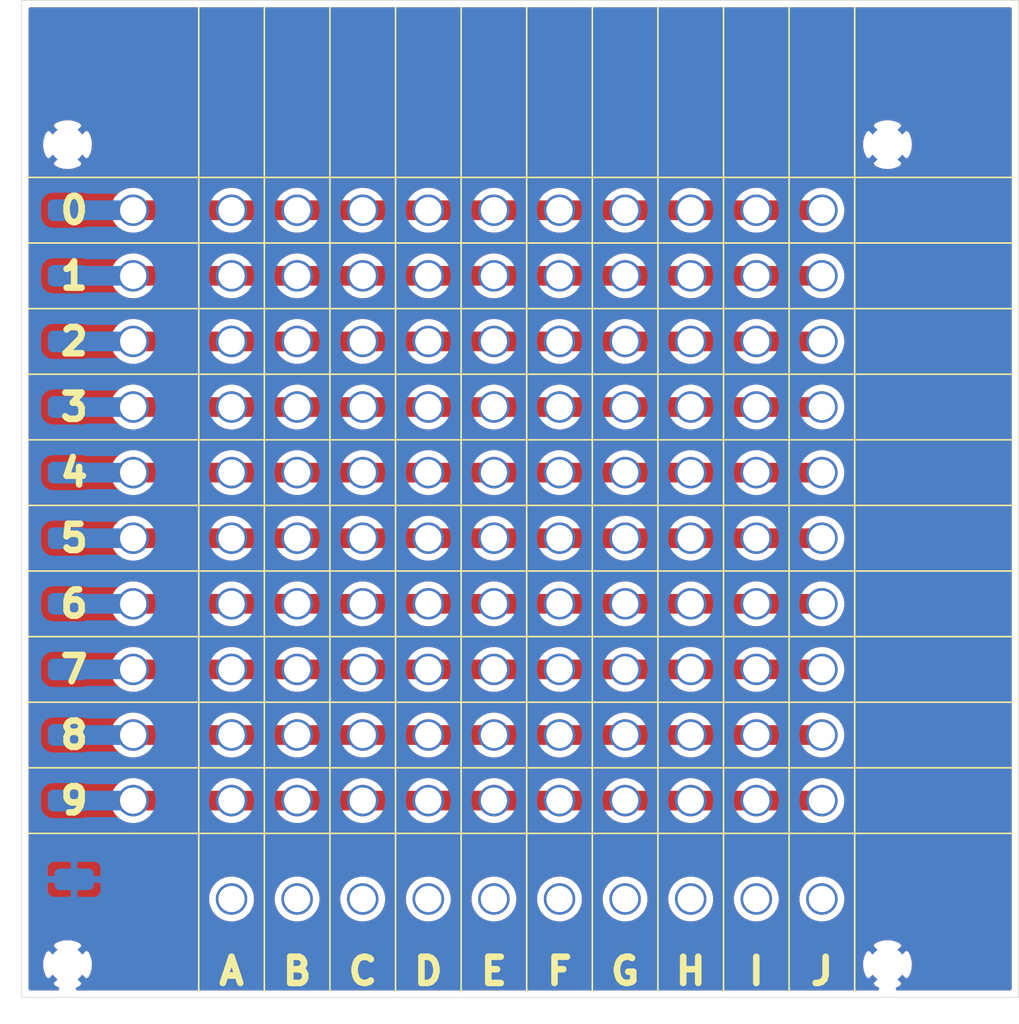
<source format=kicad_pcb>
(kicad_pcb (version 20171130) (host pcbnew "(5.1.5-0-10_14)")
  (layers (0 F.Cu signal) (31 B.Cu signal) (34 B.Paste user) (35 F.Paste user) (36 B.SilkS user) (37 F.SilkS user) (38 B.Mask user) (39 F.Mask user) (44 Edge.Cuts user))
  (net 0 "")
  (net 1 "Net-(J1-Pad1)")
  (net 2 "Net-(J13-Pad1)")
  (net 3 "Net-(J25-Pad1)")
  (net 4 "Net-(J37-Pad1)")
  (net 5 "Net-(J49-Pad1)")
  (net 6 "Net-(J61-Pad1)")
  (net 7 "Net-(J73-Pad1)")
  (net 8 "Net-(J85-Pad1)")
  (net 9 "Net-(J100-Pad1)")
  (net 10 "Net-(J109-Pad1)")
  (net 11 GND)
  (module anyma_footprints:smd-1pin (layer B.Cu) (at 108 103.46)
    (fp_text reference J131 hide)
    (fp_text value gnd)
    (pad 1 smd roundrect (at 0 2.54) (size 3 1.65) (layers B.Cu B.Paste B.Mask) (net 11 GND))
  )
  (module synkie_footprints:Matrixpad (layer F.Cu) (at 165 107.5)
    (fp_text reference J130 hide)
    (fp_text value out)
    (pad 1 thru_hole circle (at 0 0) (size 2.4 2.4) (drill 2) (layers *.Cu *.Mask))
  )
  (module synkie_footprints:Matrixpad (layer F.Cu) (at 155 107.5)
    (fp_text reference J129 hide)
    (fp_text value out)
    (pad 1 thru_hole circle (at 0 0) (size 2.4 2.4) (drill 2) (layers *.Cu *.Mask))
  )
  (module synkie_footprints:Matrixpad (layer F.Cu) (at 160 107.5)
    (fp_text reference J128 hide)
    (fp_text value out)
    (pad 1 thru_hole circle (at 0 0) (size 2.4 2.4) (drill 2) (layers *.Cu *.Mask))
  )
  (module synkie_footprints:Matrixpad (layer F.Cu) (at 150 107.5)
    (fp_text reference J127 hide)
    (fp_text value out)
    (pad 1 thru_hole circle (at 0 0) (size 2.4 2.4) (drill 2) (layers *.Cu *.Mask))
  )
  (module synkie_footprints:Matrixpad (layer F.Cu) (at 145 107.5)
    (fp_text reference J126 hide)
    (fp_text value out)
    (pad 1 thru_hole circle (at 0 0) (size 2.4 2.4) (drill 2) (layers *.Cu *.Mask))
  )
  (module synkie_footprints:Matrixpad (layer F.Cu) (at 140 107.5)
    (fp_text reference J125 hide)
    (fp_text value out)
    (pad 1 thru_hole circle (at 0 0) (size 2.4 2.4) (drill 2) (layers *.Cu *.Mask))
  )
  (module synkie_footprints:Matrixpad (layer F.Cu) (at 135 107.5)
    (fp_text reference J124 hide)
    (fp_text value out)
    (pad 1 thru_hole circle (at 0 0) (size 2.4 2.4) (drill 2) (layers *.Cu *.Mask))
  )
  (module synkie_footprints:Matrixpad (layer F.Cu) (at 130 107.5)
    (fp_text reference J123 hide)
    (fp_text value out)
    (pad 1 thru_hole circle (at 0 0) (size 2.4 2.4) (drill 2) (layers *.Cu *.Mask))
  )
  (module synkie_footprints:Matrixpad (layer F.Cu) (at 125 107.5)
    (fp_text reference J122 hide)
    (fp_text value out)
    (pad 1 thru_hole circle (at 0 0) (size 2.4 2.4) (drill 2) (layers *.Cu *.Mask))
  )
  (module synkie_footprints:Matrixpad (layer F.Cu) (at 120 107.5)
    (fp_text reference J121 hide)
    (fp_text value out)
    (pad 1 thru_hole circle (at 0 0) (size 2.4 2.4) (drill 2) (layers *.Cu *.Mask))
  )
  (module synkie_footprints:Matrixpad (layer F.Cu) (at 112.5 100)
    (fp_text reference J119 hide)
    (fp_text value input)
    (pad 1 thru_hole circle (at 0 0) (size 2.4 2.4) (drill 2) (layers *.Cu *.Mask) (net 10 "Net-(J109-Pad1)"))
  )
  (module synkie_footprints:Matrixpad (layer F.Cu) (at 160 100)
    (fp_text reference J118 hide)
    (fp_text value out)
    (pad 1 thru_hole circle (at 0 0) (size 2.4 2.4) (drill 2) (layers *.Cu *.Mask) (net 10 "Net-(J109-Pad1)"))
  )
  (module synkie_footprints:Matrixpad (layer F.Cu) (at 165 100)
    (fp_text reference J117 hide)
    (fp_text value out)
    (pad 1 thru_hole circle (at 0 0) (size 2.4 2.4) (drill 2) (layers *.Cu *.Mask) (net 10 "Net-(J109-Pad1)"))
  )
  (module synkie_footprints:Matrixpad (layer F.Cu) (at 155 100)
    (fp_text reference J116 hide)
    (fp_text value out)
    (pad 1 thru_hole circle (at 0 0) (size 2.4 2.4) (drill 2) (layers *.Cu *.Mask) (net 10 "Net-(J109-Pad1)"))
  )
  (module synkie_footprints:Matrixpad (layer F.Cu) (at 150 100)
    (fp_text reference J115 hide)
    (fp_text value out)
    (pad 1 thru_hole circle (at 0 0) (size 2.4 2.4) (drill 2) (layers *.Cu *.Mask) (net 10 "Net-(J109-Pad1)"))
  )
  (module synkie_footprints:Matrixpad (layer F.Cu) (at 145 100)
    (fp_text reference J114 hide)
    (fp_text value out)
    (pad 1 thru_hole circle (at 0 0) (size 2.4 2.4) (drill 2) (layers *.Cu *.Mask) (net 10 "Net-(J109-Pad1)"))
  )
  (module synkie_footprints:Matrixpad (layer F.Cu) (at 140 100)
    (fp_text reference J113 hide)
    (fp_text value out)
    (pad 1 thru_hole circle (at 0 0) (size 2.4 2.4) (drill 2) (layers *.Cu *.Mask) (net 10 "Net-(J109-Pad1)"))
  )
  (module synkie_footprints:Matrixpad (layer F.Cu) (at 135 100)
    (fp_text reference J112 hide)
    (fp_text value out)
    (pad 1 thru_hole circle (at 0 0) (size 2.4 2.4) (drill 2) (layers *.Cu *.Mask) (net 10 "Net-(J109-Pad1)"))
  )
  (module synkie_footprints:Matrixpad (layer F.Cu) (at 130 100)
    (fp_text reference J111 hide)
    (fp_text value out)
    (pad 1 thru_hole circle (at 0 0) (size 2.4 2.4) (drill 2) (layers *.Cu *.Mask) (net 10 "Net-(J109-Pad1)"))
  )
  (module synkie_footprints:Matrixpad (layer F.Cu) (at 125 100)
    (fp_text reference J110 hide)
    (fp_text value out)
    (pad 1 thru_hole circle (at 0 0) (size 2.4 2.4) (drill 2) (layers *.Cu *.Mask) (net 10 "Net-(J109-Pad1)"))
  )
  (module synkie_footprints:Matrixpad (layer F.Cu) (at 120 100)
    (fp_text reference J109 hide)
    (fp_text value out)
    (pad 1 thru_hole circle (at 0 0) (size 2.4 2.4) (drill 2) (layers *.Cu *.Mask) (net 10 "Net-(J109-Pad1)"))
  )
  (module synkie_footprints:Matrixpad (layer F.Cu) (at 112.5 95)
    (fp_text reference J107 hide)
    (fp_text value input)
    (pad 1 thru_hole circle (at 0 0) (size 2.4 2.4) (drill 2) (layers *.Cu *.Mask) (net 9 "Net-(J100-Pad1)"))
  )
  (module synkie_footprints:Matrixpad (layer F.Cu) (at 160 95)
    (fp_text reference J106 hide)
    (fp_text value out)
    (pad 1 thru_hole circle (at 0 0) (size 2.4 2.4) (drill 2) (layers *.Cu *.Mask) (net 9 "Net-(J100-Pad1)"))
  )
  (module synkie_footprints:Matrixpad (layer F.Cu) (at 165 95)
    (fp_text reference J105 hide)
    (fp_text value out)
    (pad 1 thru_hole circle (at 0 0) (size 2.4 2.4) (drill 2) (layers *.Cu *.Mask) (net 9 "Net-(J100-Pad1)"))
  )
  (module synkie_footprints:Matrixpad (layer F.Cu) (at 155 95)
    (fp_text reference J104 hide)
    (fp_text value out)
    (pad 1 thru_hole circle (at 0 0) (size 2.4 2.4) (drill 2) (layers *.Cu *.Mask) (net 9 "Net-(J100-Pad1)"))
  )
  (module synkie_footprints:Matrixpad (layer F.Cu) (at 150 95)
    (fp_text reference J103 hide)
    (fp_text value out)
    (pad 1 thru_hole circle (at 0 0) (size 2.4 2.4) (drill 2) (layers *.Cu *.Mask) (net 9 "Net-(J100-Pad1)"))
  )
  (module synkie_footprints:Matrixpad (layer F.Cu) (at 145 95)
    (fp_text reference J102 hide)
    (fp_text value out)
    (pad 1 thru_hole circle (at 0 0) (size 2.4 2.4) (drill 2) (layers *.Cu *.Mask) (net 9 "Net-(J100-Pad1)"))
  )
  (module synkie_footprints:Matrixpad (layer F.Cu) (at 140 95)
    (fp_text reference J101 hide)
    (fp_text value out)
    (pad 1 thru_hole circle (at 0 0) (size 2.4 2.4) (drill 2) (layers *.Cu *.Mask) (net 9 "Net-(J100-Pad1)"))
  )
  (module synkie_footprints:Matrixpad (layer F.Cu) (at 135 95)
    (fp_text reference J100 hide)
    (fp_text value out)
    (pad 1 thru_hole circle (at 0 0) (size 2.4 2.4) (drill 2) (layers *.Cu *.Mask) (net 9 "Net-(J100-Pad1)"))
  )
  (module synkie_footprints:Matrixpad (layer F.Cu) (at 130 95)
    (fp_text reference J99 hide)
    (fp_text value out)
    (pad 1 thru_hole circle (at 0 0) (size 2.4 2.4) (drill 2) (layers *.Cu *.Mask) (net 9 "Net-(J100-Pad1)"))
  )
  (module synkie_footprints:Matrixpad (layer F.Cu) (at 125 95)
    (fp_text reference J98 hide)
    (fp_text value out)
    (pad 1 thru_hole circle (at 0 0) (size 2.4 2.4) (drill 2) (layers *.Cu *.Mask) (net 9 "Net-(J100-Pad1)"))
  )
  (module synkie_footprints:Matrixpad (layer F.Cu) (at 120 95)
    (fp_text reference J97 hide)
    (fp_text value out)
    (pad 1 thru_hole circle (at 0 0) (size 2.4 2.4) (drill 2) (layers *.Cu *.Mask) (net 9 "Net-(J100-Pad1)"))
  )
  (module synkie_footprints:Matrixpad (layer F.Cu) (at 112.5 75)
    (fp_text reference J95 hide)
    (fp_text value input)
    (pad 1 thru_hole circle (at 0 0) (size 2.4 2.4) (drill 2) (layers *.Cu *.Mask) (net 8 "Net-(J85-Pad1)"))
  )
  (module synkie_footprints:Matrixpad (layer F.Cu) (at 160 75)
    (fp_text reference J94 hide)
    (fp_text value out)
    (pad 1 thru_hole circle (at 0 0) (size 2.4 2.4) (drill 2) (layers *.Cu *.Mask) (net 8 "Net-(J85-Pad1)"))
  )
  (module synkie_footprints:Matrixpad (layer F.Cu) (at 165 75)
    (fp_text reference J93 hide)
    (fp_text value out)
    (pad 1 thru_hole circle (at 0 0) (size 2.4 2.4) (drill 2) (layers *.Cu *.Mask) (net 8 "Net-(J85-Pad1)"))
  )
  (module synkie_footprints:Matrixpad (layer F.Cu) (at 155 75)
    (fp_text reference J92 hide)
    (fp_text value out)
    (pad 1 thru_hole circle (at 0 0) (size 2.4 2.4) (drill 2) (layers *.Cu *.Mask) (net 8 "Net-(J85-Pad1)"))
  )
  (module synkie_footprints:Matrixpad (layer F.Cu) (at 150 75)
    (fp_text reference J91 hide)
    (fp_text value out)
    (pad 1 thru_hole circle (at 0 0) (size 2.4 2.4) (drill 2) (layers *.Cu *.Mask) (net 8 "Net-(J85-Pad1)"))
  )
  (module synkie_footprints:Matrixpad (layer F.Cu) (at 145 75)
    (fp_text reference J90 hide)
    (fp_text value out)
    (pad 1 thru_hole circle (at 0 0) (size 2.4 2.4) (drill 2) (layers *.Cu *.Mask) (net 8 "Net-(J85-Pad1)"))
  )
  (module synkie_footprints:Matrixpad (layer F.Cu) (at 140 75)
    (fp_text reference J89 hide)
    (fp_text value out)
    (pad 1 thru_hole circle (at 0 0) (size 2.4 2.4) (drill 2) (layers *.Cu *.Mask) (net 8 "Net-(J85-Pad1)"))
  )
  (module synkie_footprints:Matrixpad (layer F.Cu) (at 135 75)
    (fp_text reference J88 hide)
    (fp_text value out)
    (pad 1 thru_hole circle (at 0 0) (size 2.4 2.4) (drill 2) (layers *.Cu *.Mask) (net 8 "Net-(J85-Pad1)"))
  )
  (module synkie_footprints:Matrixpad (layer F.Cu) (at 130 75)
    (fp_text reference J87 hide)
    (fp_text value out)
    (pad 1 thru_hole circle (at 0 0) (size 2.4 2.4) (drill 2) (layers *.Cu *.Mask) (net 8 "Net-(J85-Pad1)"))
  )
  (module synkie_footprints:Matrixpad (layer F.Cu) (at 125 75)
    (fp_text reference J86 hide)
    (fp_text value out)
    (pad 1 thru_hole circle (at 0 0) (size 2.4 2.4) (drill 2) (layers *.Cu *.Mask) (net 8 "Net-(J85-Pad1)"))
  )
  (module synkie_footprints:Matrixpad (layer F.Cu) (at 120 75)
    (fp_text reference J85 hide)
    (fp_text value out)
    (pad 1 thru_hole circle (at 0 0) (size 2.4 2.4) (drill 2) (layers *.Cu *.Mask) (net 8 "Net-(J85-Pad1)"))
  )
  (module synkie_footprints:Matrixpad (layer F.Cu) (at 112.5 90)
    (fp_text reference J83 hide)
    (fp_text value input)
    (pad 1 thru_hole circle (at 0 0) (size 2.4 2.4) (drill 2) (layers *.Cu *.Mask) (net 7 "Net-(J73-Pad1)"))
  )
  (module synkie_footprints:Matrixpad (layer F.Cu) (at 160 90)
    (fp_text reference J82 hide)
    (fp_text value out)
    (pad 1 thru_hole circle (at 0 0) (size 2.4 2.4) (drill 2) (layers *.Cu *.Mask) (net 7 "Net-(J73-Pad1)"))
  )
  (module synkie_footprints:Matrixpad (layer F.Cu) (at 165 90)
    (fp_text reference J81 hide)
    (fp_text value out)
    (pad 1 thru_hole circle (at 0 0) (size 2.4 2.4) (drill 2) (layers *.Cu *.Mask) (net 7 "Net-(J73-Pad1)"))
  )
  (module synkie_footprints:Matrixpad (layer F.Cu) (at 155 90)
    (fp_text reference J80 hide)
    (fp_text value out)
    (pad 1 thru_hole circle (at 0 0) (size 2.4 2.4) (drill 2) (layers *.Cu *.Mask) (net 7 "Net-(J73-Pad1)"))
  )
  (module synkie_footprints:Matrixpad (layer F.Cu) (at 150 90)
    (fp_text reference J79 hide)
    (fp_text value out)
    (pad 1 thru_hole circle (at 0 0) (size 2.4 2.4) (drill 2) (layers *.Cu *.Mask) (net 7 "Net-(J73-Pad1)"))
  )
  (module synkie_footprints:Matrixpad (layer F.Cu) (at 145 90)
    (fp_text reference J78 hide)
    (fp_text value out)
    (pad 1 thru_hole circle (at 0 0) (size 2.4 2.4) (drill 2) (layers *.Cu *.Mask) (net 7 "Net-(J73-Pad1)"))
  )
  (module synkie_footprints:Matrixpad (layer F.Cu) (at 140 90)
    (fp_text reference J77 hide)
    (fp_text value out)
    (pad 1 thru_hole circle (at 0 0) (size 2.4 2.4) (drill 2) (layers *.Cu *.Mask) (net 7 "Net-(J73-Pad1)"))
  )
  (module synkie_footprints:Matrixpad (layer F.Cu) (at 135 90)
    (fp_text reference J76 hide)
    (fp_text value out)
    (pad 1 thru_hole circle (at 0 0) (size 2.4 2.4) (drill 2) (layers *.Cu *.Mask) (net 7 "Net-(J73-Pad1)"))
  )
  (module synkie_footprints:Matrixpad (layer F.Cu) (at 130 90)
    (fp_text reference J75 hide)
    (fp_text value out)
    (pad 1 thru_hole circle (at 0 0) (size 2.4 2.4) (drill 2) (layers *.Cu *.Mask) (net 7 "Net-(J73-Pad1)"))
  )
  (module synkie_footprints:Matrixpad (layer F.Cu) (at 125 90)
    (fp_text reference J74 hide)
    (fp_text value out)
    (pad 1 thru_hole circle (at 0 0) (size 2.4 2.4) (drill 2) (layers *.Cu *.Mask) (net 7 "Net-(J73-Pad1)"))
  )
  (module synkie_footprints:Matrixpad (layer F.Cu) (at 120 90)
    (fp_text reference J73 hide)
    (fp_text value out)
    (pad 1 thru_hole circle (at 0 0) (size 2.4 2.4) (drill 2) (layers *.Cu *.Mask) (net 7 "Net-(J73-Pad1)"))
  )
  (module synkie_footprints:Matrixpad (layer F.Cu) (at 112.5 80)
    (fp_text reference J71 hide)
    (fp_text value input)
    (pad 1 thru_hole circle (at 0 0) (size 2.4 2.4) (drill 2) (layers *.Cu *.Mask) (net 6 "Net-(J61-Pad1)"))
  )
  (module synkie_footprints:Matrixpad (layer F.Cu) (at 160 80)
    (fp_text reference J70 hide)
    (fp_text value out)
    (pad 1 thru_hole circle (at 0 0) (size 2.4 2.4) (drill 2) (layers *.Cu *.Mask) (net 6 "Net-(J61-Pad1)"))
  )
  (module synkie_footprints:Matrixpad (layer F.Cu) (at 165 80)
    (fp_text reference J69 hide)
    (fp_text value out)
    (pad 1 thru_hole circle (at 0 0) (size 2.4 2.4) (drill 2) (layers *.Cu *.Mask) (net 6 "Net-(J61-Pad1)"))
  )
  (module synkie_footprints:Matrixpad (layer F.Cu) (at 155 80)
    (fp_text reference J68 hide)
    (fp_text value out)
    (pad 1 thru_hole circle (at 0 0) (size 2.4 2.4) (drill 2) (layers *.Cu *.Mask) (net 6 "Net-(J61-Pad1)"))
  )
  (module synkie_footprints:Matrixpad (layer F.Cu) (at 150 80)
    (fp_text reference J67 hide)
    (fp_text value out)
    (pad 1 thru_hole circle (at 0 0) (size 2.4 2.4) (drill 2) (layers *.Cu *.Mask) (net 6 "Net-(J61-Pad1)"))
  )
  (module synkie_footprints:Matrixpad (layer F.Cu) (at 145 80)
    (fp_text reference J66 hide)
    (fp_text value out)
    (pad 1 thru_hole circle (at 0 0) (size 2.4 2.4) (drill 2) (layers *.Cu *.Mask) (net 6 "Net-(J61-Pad1)"))
  )
  (module synkie_footprints:Matrixpad (layer F.Cu) (at 140 80)
    (fp_text reference J65 hide)
    (fp_text value out)
    (pad 1 thru_hole circle (at 0 0) (size 2.4 2.4) (drill 2) (layers *.Cu *.Mask) (net 6 "Net-(J61-Pad1)"))
  )
  (module synkie_footprints:Matrixpad (layer F.Cu) (at 135 80)
    (fp_text reference J64 hide)
    (fp_text value out)
    (pad 1 thru_hole circle (at 0 0) (size 2.4 2.4) (drill 2) (layers *.Cu *.Mask) (net 6 "Net-(J61-Pad1)"))
  )
  (module synkie_footprints:Matrixpad (layer F.Cu) (at 130 80)
    (fp_text reference J63 hide)
    (fp_text value out)
    (pad 1 thru_hole circle (at 0 0) (size 2.4 2.4) (drill 2) (layers *.Cu *.Mask) (net 6 "Net-(J61-Pad1)"))
  )
  (module synkie_footprints:Matrixpad (layer F.Cu) (at 125 80)
    (fp_text reference J62 hide)
    (fp_text value out)
    (pad 1 thru_hole circle (at 0 0) (size 2.4 2.4) (drill 2) (layers *.Cu *.Mask) (net 6 "Net-(J61-Pad1)"))
  )
  (module synkie_footprints:Matrixpad (layer F.Cu) (at 120 80)
    (fp_text reference J61 hide)
    (fp_text value out)
    (pad 1 thru_hole circle (at 0 0) (size 2.4 2.4) (drill 2) (layers *.Cu *.Mask) (net 6 "Net-(J61-Pad1)"))
  )
  (module synkie_footprints:Matrixpad (layer F.Cu) (at 112.5 70)
    (fp_text reference J59 hide)
    (fp_text value input)
    (pad 1 thru_hole circle (at 0 0) (size 2.4 2.4) (drill 2) (layers *.Cu *.Mask) (net 5 "Net-(J49-Pad1)"))
  )
  (module synkie_footprints:Matrixpad (layer F.Cu) (at 160 70)
    (fp_text reference J58 hide)
    (fp_text value out)
    (pad 1 thru_hole circle (at 0 0) (size 2.4 2.4) (drill 2) (layers *.Cu *.Mask) (net 5 "Net-(J49-Pad1)"))
  )
  (module synkie_footprints:Matrixpad (layer F.Cu) (at 165 70)
    (fp_text reference J57 hide)
    (fp_text value out)
    (pad 1 thru_hole circle (at 0 0) (size 2.4 2.4) (drill 2) (layers *.Cu *.Mask) (net 5 "Net-(J49-Pad1)"))
  )
  (module synkie_footprints:Matrixpad (layer F.Cu) (at 155 70)
    (fp_text reference J56 hide)
    (fp_text value out)
    (pad 1 thru_hole circle (at 0 0) (size 2.4 2.4) (drill 2) (layers *.Cu *.Mask) (net 5 "Net-(J49-Pad1)"))
  )
  (module synkie_footprints:Matrixpad (layer F.Cu) (at 150 70)
    (fp_text reference J55 hide)
    (fp_text value out)
    (pad 1 thru_hole circle (at 0 0) (size 2.4 2.4) (drill 2) (layers *.Cu *.Mask) (net 5 "Net-(J49-Pad1)"))
  )
  (module synkie_footprints:Matrixpad (layer F.Cu) (at 145 70)
    (fp_text reference J54 hide)
    (fp_text value out)
    (pad 1 thru_hole circle (at 0 0) (size 2.4 2.4) (drill 2) (layers *.Cu *.Mask) (net 5 "Net-(J49-Pad1)"))
  )
  (module synkie_footprints:Matrixpad (layer F.Cu) (at 140 70)
    (fp_text reference J53 hide)
    (fp_text value out)
    (pad 1 thru_hole circle (at 0 0) (size 2.4 2.4) (drill 2) (layers *.Cu *.Mask) (net 5 "Net-(J49-Pad1)"))
  )
  (module synkie_footprints:Matrixpad (layer F.Cu) (at 135 70)
    (fp_text reference J52 hide)
    (fp_text value out)
    (pad 1 thru_hole circle (at 0 0) (size 2.4 2.4) (drill 2) (layers *.Cu *.Mask) (net 5 "Net-(J49-Pad1)"))
  )
  (module synkie_footprints:Matrixpad (layer F.Cu) (at 130 70)
    (fp_text reference J51 hide)
    (fp_text value out)
    (pad 1 thru_hole circle (at 0 0) (size 2.4 2.4) (drill 2) (layers *.Cu *.Mask) (net 5 "Net-(J49-Pad1)"))
  )
  (module synkie_footprints:Matrixpad (layer F.Cu) (at 125 70)
    (fp_text reference J50 hide)
    (fp_text value out)
    (pad 1 thru_hole circle (at 0 0) (size 2.4 2.4) (drill 2) (layers *.Cu *.Mask) (net 5 "Net-(J49-Pad1)"))
  )
  (module synkie_footprints:Matrixpad (layer F.Cu) (at 120 70)
    (fp_text reference J49 hide)
    (fp_text value out)
    (pad 1 thru_hole circle (at 0 0) (size 2.4 2.4) (drill 2) (layers *.Cu *.Mask) (net 5 "Net-(J49-Pad1)"))
  )
  (module synkie_footprints:Matrixpad (layer F.Cu) (at 112.5 85)
    (fp_text reference J47 hide)
    (fp_text value input)
    (pad 1 thru_hole circle (at 0 0) (size 2.4 2.4) (drill 2) (layers *.Cu *.Mask) (net 4 "Net-(J37-Pad1)"))
  )
  (module synkie_footprints:Matrixpad (layer F.Cu) (at 160 85)
    (fp_text reference J46 hide)
    (fp_text value out)
    (pad 1 thru_hole circle (at 0 0) (size 2.4 2.4) (drill 2) (layers *.Cu *.Mask) (net 4 "Net-(J37-Pad1)"))
  )
  (module synkie_footprints:Matrixpad (layer F.Cu) (at 165 85)
    (fp_text reference J45 hide)
    (fp_text value out)
    (pad 1 thru_hole circle (at 0 0) (size 2.4 2.4) (drill 2) (layers *.Cu *.Mask) (net 4 "Net-(J37-Pad1)"))
  )
  (module synkie_footprints:Matrixpad (layer F.Cu) (at 155 85)
    (fp_text reference J44 hide)
    (fp_text value out)
    (pad 1 thru_hole circle (at 0 0) (size 2.4 2.4) (drill 2) (layers *.Cu *.Mask) (net 4 "Net-(J37-Pad1)"))
  )
  (module synkie_footprints:Matrixpad (layer F.Cu) (at 150 85)
    (fp_text reference J43 hide)
    (fp_text value out)
    (pad 1 thru_hole circle (at 0 0) (size 2.4 2.4) (drill 2) (layers *.Cu *.Mask) (net 4 "Net-(J37-Pad1)"))
  )
  (module synkie_footprints:Matrixpad (layer F.Cu) (at 145 85)
    (fp_text reference J42 hide)
    (fp_text value out)
    (pad 1 thru_hole circle (at 0 0) (size 2.4 2.4) (drill 2) (layers *.Cu *.Mask) (net 4 "Net-(J37-Pad1)"))
  )
  (module synkie_footprints:Matrixpad (layer F.Cu) (at 140 85)
    (fp_text reference J41 hide)
    (fp_text value out)
    (pad 1 thru_hole circle (at 0 0) (size 2.4 2.4) (drill 2) (layers *.Cu *.Mask) (net 4 "Net-(J37-Pad1)"))
  )
  (module synkie_footprints:Matrixpad (layer F.Cu) (at 135 85)
    (fp_text reference J40 hide)
    (fp_text value out)
    (pad 1 thru_hole circle (at 0 0) (size 2.4 2.4) (drill 2) (layers *.Cu *.Mask) (net 4 "Net-(J37-Pad1)"))
  )
  (module synkie_footprints:Matrixpad (layer F.Cu) (at 130 85)
    (fp_text reference J39 hide)
    (fp_text value out)
    (pad 1 thru_hole circle (at 0 0) (size 2.4 2.4) (drill 2) (layers *.Cu *.Mask) (net 4 "Net-(J37-Pad1)"))
  )
  (module synkie_footprints:Matrixpad (layer F.Cu) (at 125 85)
    (fp_text reference J38 hide)
    (fp_text value out)
    (pad 1 thru_hole circle (at 0 0) (size 2.4 2.4) (drill 2) (layers *.Cu *.Mask) (net 4 "Net-(J37-Pad1)"))
  )
  (module synkie_footprints:Matrixpad (layer F.Cu) (at 120 85)
    (fp_text reference J37 hide)
    (fp_text value out)
    (pad 1 thru_hole circle (at 0 0) (size 2.4 2.4) (drill 2) (layers *.Cu *.Mask) (net 4 "Net-(J37-Pad1)"))
  )
  (module synkie_footprints:Matrixpad (layer F.Cu) (at 112.5 65)
    (fp_text reference J35 hide)
    (fp_text value input)
    (pad 1 thru_hole circle (at 0 0) (size 2.4 2.4) (drill 2) (layers *.Cu *.Mask) (net 3 "Net-(J25-Pad1)"))
  )
  (module synkie_footprints:Matrixpad (layer F.Cu) (at 160 65)
    (fp_text reference J34 hide)
    (fp_text value out)
    (pad 1 thru_hole circle (at 0 0) (size 2.4 2.4) (drill 2) (layers *.Cu *.Mask) (net 3 "Net-(J25-Pad1)"))
  )
  (module synkie_footprints:Matrixpad (layer F.Cu) (at 165 65)
    (fp_text reference J33 hide)
    (fp_text value out)
    (pad 1 thru_hole circle (at 0 0) (size 2.4 2.4) (drill 2) (layers *.Cu *.Mask) (net 3 "Net-(J25-Pad1)"))
  )
  (module synkie_footprints:Matrixpad (layer F.Cu) (at 155 65)
    (fp_text reference J32 hide)
    (fp_text value out)
    (pad 1 thru_hole circle (at 0 0) (size 2.4 2.4) (drill 2) (layers *.Cu *.Mask) (net 3 "Net-(J25-Pad1)"))
  )
  (module synkie_footprints:Matrixpad (layer F.Cu) (at 150 65)
    (fp_text reference J31 hide)
    (fp_text value out)
    (pad 1 thru_hole circle (at 0 0) (size 2.4 2.4) (drill 2) (layers *.Cu *.Mask) (net 3 "Net-(J25-Pad1)"))
  )
  (module synkie_footprints:Matrixpad (layer F.Cu) (at 145 65)
    (fp_text reference J30 hide)
    (fp_text value out)
    (pad 1 thru_hole circle (at 0 0) (size 2.4 2.4) (drill 2) (layers *.Cu *.Mask) (net 3 "Net-(J25-Pad1)"))
  )
  (module synkie_footprints:Matrixpad (layer F.Cu) (at 140 65)
    (fp_text reference J29 hide)
    (fp_text value out)
    (pad 1 thru_hole circle (at 0 0) (size 2.4 2.4) (drill 2) (layers *.Cu *.Mask) (net 3 "Net-(J25-Pad1)"))
  )
  (module synkie_footprints:Matrixpad (layer F.Cu) (at 135 65)
    (fp_text reference J28 hide)
    (fp_text value out)
    (pad 1 thru_hole circle (at 0 0) (size 2.4 2.4) (drill 2) (layers *.Cu *.Mask) (net 3 "Net-(J25-Pad1)"))
  )
  (module synkie_footprints:Matrixpad (layer F.Cu) (at 130 65)
    (fp_text reference J27 hide)
    (fp_text value out)
    (pad 1 thru_hole circle (at 0 0) (size 2.4 2.4) (drill 2) (layers *.Cu *.Mask) (net 3 "Net-(J25-Pad1)"))
  )
  (module synkie_footprints:Matrixpad (layer F.Cu) (at 125 65)
    (fp_text reference J26 hide)
    (fp_text value out)
    (pad 1 thru_hole circle (at 0 0) (size 2.4 2.4) (drill 2) (layers *.Cu *.Mask) (net 3 "Net-(J25-Pad1)"))
  )
  (module synkie_footprints:Matrixpad (layer F.Cu) (at 120 65)
    (fp_text reference J25 hide)
    (fp_text value out)
    (pad 1 thru_hole circle (at 0 0) (size 2.4 2.4) (drill 2) (layers *.Cu *.Mask) (net 3 "Net-(J25-Pad1)"))
  )
  (module synkie_footprints:Matrixpad (layer F.Cu) (at 112.5 60)
    (fp_text reference J23 hide)
    (fp_text value input)
    (pad 1 thru_hole circle (at 0 0) (size 2.4 2.4) (drill 2) (layers *.Cu *.Mask) (net 2 "Net-(J13-Pad1)"))
  )
  (module synkie_footprints:Matrixpad (layer F.Cu) (at 160 60)
    (fp_text reference J22 hide)
    (fp_text value out)
    (pad 1 thru_hole circle (at 0 0) (size 2.4 2.4) (drill 2) (layers *.Cu *.Mask) (net 2 "Net-(J13-Pad1)"))
  )
  (module synkie_footprints:Matrixpad (layer F.Cu) (at 165 60)
    (fp_text reference J21 hide)
    (fp_text value out)
    (pad 1 thru_hole circle (at 0 0) (size 2.4 2.4) (drill 2) (layers *.Cu *.Mask) (net 2 "Net-(J13-Pad1)"))
  )
  (module synkie_footprints:Matrixpad (layer F.Cu) (at 155 60)
    (fp_text reference J20 hide)
    (fp_text value out)
    (pad 1 thru_hole circle (at 0 0) (size 2.4 2.4) (drill 2) (layers *.Cu *.Mask) (net 2 "Net-(J13-Pad1)"))
  )
  (module synkie_footprints:Matrixpad (layer F.Cu) (at 150 60)
    (fp_text reference J19 hide)
    (fp_text value out)
    (pad 1 thru_hole circle (at 0 0) (size 2.4 2.4) (drill 2) (layers *.Cu *.Mask) (net 2 "Net-(J13-Pad1)"))
  )
  (module synkie_footprints:Matrixpad (layer F.Cu) (at 145 60)
    (fp_text reference J18 hide)
    (fp_text value out)
    (pad 1 thru_hole circle (at 0 0) (size 2.4 2.4) (drill 2) (layers *.Cu *.Mask) (net 2 "Net-(J13-Pad1)"))
  )
  (module synkie_footprints:Matrixpad (layer F.Cu) (at 140 60)
    (fp_text reference J17 hide)
    (fp_text value out)
    (pad 1 thru_hole circle (at 0 0) (size 2.4 2.4) (drill 2) (layers *.Cu *.Mask) (net 2 "Net-(J13-Pad1)"))
  )
  (module synkie_footprints:Matrixpad (layer F.Cu) (at 135 60)
    (fp_text reference J16 hide)
    (fp_text value out)
    (pad 1 thru_hole circle (at 0 0) (size 2.4 2.4) (drill 2) (layers *.Cu *.Mask) (net 2 "Net-(J13-Pad1)"))
  )
  (module synkie_footprints:Matrixpad (layer F.Cu) (at 130 60)
    (fp_text reference J15 hide)
    (fp_text value out)
    (pad 1 thru_hole circle (at 0 0) (size 2.4 2.4) (drill 2) (layers *.Cu *.Mask) (net 2 "Net-(J13-Pad1)"))
  )
  (module synkie_footprints:Matrixpad (layer F.Cu) (at 125 60)
    (fp_text reference J14 hide)
    (fp_text value out)
    (pad 1 thru_hole circle (at 0 0) (size 2.4 2.4) (drill 2) (layers *.Cu *.Mask) (net 2 "Net-(J13-Pad1)"))
  )
  (module synkie_footprints:Matrixpad (layer F.Cu) (at 120 60)
    (fp_text reference J13 hide)
    (fp_text value out)
    (pad 1 thru_hole circle (at 0 0) (size 2.4 2.4) (drill 2) (layers *.Cu *.Mask) (net 2 "Net-(J13-Pad1)"))
  )
  (module synkie_footprints:Matrixpad (layer F.Cu) (at 112.5 55)
    (fp_text reference J11 hide)
    (fp_text value input)
    (pad 1 thru_hole circle (at 0 0) (size 2.4 2.4) (drill 2) (layers *.Cu *.Mask) (net 1 "Net-(J1-Pad1)"))
  )
  (module synkie_footprints:Matrixpad (layer F.Cu) (at 160 55)
    (fp_text reference J10 hide)
    (fp_text value out)
    (pad 1 thru_hole circle (at 0 0) (size 2.4 2.4) (drill 2) (layers *.Cu *.Mask) (net 1 "Net-(J1-Pad1)"))
  )
  (module synkie_footprints:Matrixpad (layer F.Cu) (at 165 55)
    (fp_text reference J9 hide)
    (fp_text value out)
    (pad 1 thru_hole circle (at 0 0) (size 2.4 2.4) (drill 2) (layers *.Cu *.Mask) (net 1 "Net-(J1-Pad1)"))
  )
  (module synkie_footprints:Matrixpad (layer F.Cu) (at 155 55)
    (fp_text reference J8 hide)
    (fp_text value out)
    (pad 1 thru_hole circle (at 0 0) (size 2.4 2.4) (drill 2) (layers *.Cu *.Mask) (net 1 "Net-(J1-Pad1)"))
  )
  (module synkie_footprints:Matrixpad (layer F.Cu) (at 150 55)
    (fp_text reference J7 hide)
    (fp_text value out)
    (pad 1 thru_hole circle (at 0 0) (size 2.4 2.4) (drill 2) (layers *.Cu *.Mask) (net 1 "Net-(J1-Pad1)"))
  )
  (module synkie_footprints:Matrixpad (layer F.Cu) (at 145 55)
    (fp_text reference J6 hide)
    (fp_text value out)
    (pad 1 thru_hole circle (at 0 0) (size 2.4 2.4) (drill 2) (layers *.Cu *.Mask) (net 1 "Net-(J1-Pad1)"))
  )
  (module synkie_footprints:Matrixpad (layer F.Cu) (at 140 55)
    (fp_text reference J5 hide)
    (fp_text value out)
    (pad 1 thru_hole circle (at 0 0) (size 2.4 2.4) (drill 2) (layers *.Cu *.Mask) (net 1 "Net-(J1-Pad1)"))
  )
  (module synkie_footprints:Matrixpad (layer F.Cu) (at 135 55)
    (fp_text reference J4 hide)
    (fp_text value out)
    (pad 1 thru_hole circle (at 0 0) (size 2.4 2.4) (drill 2) (layers *.Cu *.Mask) (net 1 "Net-(J1-Pad1)"))
  )
  (module synkie_footprints:Matrixpad (layer F.Cu) (at 130 55)
    (fp_text reference J3 hide)
    (fp_text value out)
    (pad 1 thru_hole circle (at 0 0) (size 2.4 2.4) (drill 2) (layers *.Cu *.Mask) (net 1 "Net-(J1-Pad1)"))
  )
  (module synkie_footprints:Matrixpad (layer F.Cu) (at 125 55)
    (fp_text reference J2 hide)
    (fp_text value out)
    (pad 1 thru_hole circle (at 0 0) (size 2.4 2.4) (drill 2) (layers *.Cu *.Mask) (net 1 "Net-(J1-Pad1)"))
  )
  (module synkie_footprints:Matrixpad (layer F.Cu) (at 120 55)
    (fp_text reference J1 hide)
    (fp_text value out)
    (pad 1 thru_hole circle (at 0 0) (size 2.4 2.4) (drill 2) (layers *.Cu *.Mask) (net 1 "Net-(J1-Pad1)"))
  )
  (module MountingHole:MountingHole_2.7mm_M2.5 (layer F.Cu) (at 170 50)
    (fp_text reference H4 hide)
    (fp_text value MountingHole)
    (pad 1 np_thru_hole circle (at 0 0) (size 2.7 2.7) (drill 2.7) (layers *.Cu *.Mask) (net 11 GND))
  )
  (module MountingHole:MountingHole_2.7mm_M2.5 (layer F.Cu) (at 107.5 112.5)
    (fp_text reference H3 hide)
    (fp_text value MountingHole)
    (pad 1 np_thru_hole circle (at 0 0) (size 2.7 2.7) (drill 2.7) (layers *.Cu *.Mask) (net 11 GND))
  )
  (module MountingHole:MountingHole_2.7mm_M2.5 (layer F.Cu) (at 170 112.5)
    (fp_text reference H2 hide)
    (fp_text value MountingHole)
    (pad 1 np_thru_hole circle (at 0 0) (size 2.7 2.7) (drill 2.7) (layers *.Cu *.Mask) (net 11 GND))
  )
  (module MountingHole:MountingHole_2.7mm_M2.5 (layer F.Cu) (at 107.5 50)
    (fp_text reference H1 hide)
    (fp_text value MountingHole)
    (pad 1 np_thru_hole circle (at 0 0) (size 2.7 2.7) (drill 2.7) (layers *.Cu *.Mask) (net 11 GND))
  )
  (module anyma_footprints:smd-1pin (layer B.Cu) (at 107.5 97.46)
    (fp_text reference J120 hide)
    (fp_text value pad)
    (pad 1 smd roundrect (at 0 2.54) (size 3 1.65) (layers B.Cu B.Paste B.Mask) (net 10 "Net-(J109-Pad1)"))
  )
  (module anyma_footprints:smd-1pin (layer B.Cu) (at 107.5 92.46)
    (fp_text reference J108 hide)
    (fp_text value pad)
    (pad 1 smd roundrect (at 0 2.54) (size 3 1.65) (layers B.Cu B.Paste B.Mask) (net 9 "Net-(J100-Pad1)"))
  )
  (module anyma_footprints:smd-1pin (layer B.Cu) (at 107.5 72.46)
    (fp_text reference J96 hide)
    (fp_text value pad)
    (pad 1 smd roundrect (at 0 2.54) (size 3 1.65) (layers B.Cu B.Paste B.Mask) (net 8 "Net-(J85-Pad1)"))
  )
  (module anyma_footprints:smd-1pin (layer B.Cu) (at 107.5 87.46)
    (fp_text reference J84 hide)
    (fp_text value pad)
    (pad 1 smd roundrect (at 0 2.54) (size 3 1.65) (layers B.Cu B.Paste B.Mask) (net 7 "Net-(J73-Pad1)"))
  )
  (module anyma_footprints:smd-1pin (layer B.Cu) (at 107.5 77.46)
    (fp_text reference J72 hide)
    (fp_text value pad)
    (pad 1 smd roundrect (at 0 2.54) (size 3 1.65) (layers B.Cu B.Paste B.Mask) (net 6 "Net-(J61-Pad1)"))
  )
  (module anyma_footprints:smd-1pin (layer B.Cu) (at 107.5 67.46)
    (fp_text reference J60 hide)
    (fp_text value pad)
    (pad 1 smd roundrect (at 0 2.54) (size 3 1.65) (layers B.Cu B.Paste B.Mask) (net 5 "Net-(J49-Pad1)"))
  )
  (module anyma_footprints:smd-1pin (layer B.Cu) (at 107.5 82.46)
    (fp_text reference J48 hide)
    (fp_text value pad)
    (pad 1 smd roundrect (at 0 2.54) (size 3 1.65) (layers B.Cu B.Paste B.Mask) (net 4 "Net-(J37-Pad1)"))
  )
  (module anyma_footprints:smd-1pin (layer B.Cu) (at 107.5 62.46)
    (fp_text reference J36 hide)
    (fp_text value pad)
    (pad 1 smd roundrect (at 0 2.54) (size 3 1.65) (layers B.Cu B.Paste B.Mask) (net 3 "Net-(J25-Pad1)"))
  )
  (module anyma_footprints:smd-1pin (layer B.Cu) (at 107.5 57.46)
    (fp_text reference J24 hide)
    (fp_text value pad)
    (pad 1 smd roundrect (at 0 2.54) (size 3 1.65) (layers B.Cu B.Paste B.Mask) (net 2 "Net-(J13-Pad1)"))
  )
  (module anyma_footprints:smd-1pin (layer B.Cu) (at 107.5 52.46)
    (fp_text reference J12 hide)
    (fp_text value pad)
    (pad 1 smd roundrect (at 0 2.54) (size 3 1.65) (layers B.Cu B.Paste B.Mask) (net 1 "Net-(J1-Pad1)"))
  )
  (gr_line (start 104.5 72.5) (end 179.5 72.5) (layer F.SilkS) (width 0.12))
  (gr_line (start 104.5 67.5) (end 179.5 67.5) (layer F.SilkS) (width 0.12))
  (gr_line (start 104.5 62.5) (end 179.5 62.5) (layer F.SilkS) (width 0.12))
  (gr_line (start 104.5 77.5) (end 179.5 77.5) (layer F.SilkS) (width 0.12))
  (gr_line (start 104.5 82.5) (end 179.5 82.5) (layer F.SilkS) (width 0.12))
  (gr_line (start 104.5 87.5) (end 179.5 87.5) (layer F.SilkS) (width 0.12))
  (gr_line (start 104.5 92.5) (end 179.5 92.5) (layer F.SilkS) (width 0.12))
  (gr_line (start 104.5 97.5) (end 179.5 97.5) (layer F.SilkS) (width 0.12))
  (gr_line (start 104.5 102.5) (end 179.5 102.5) (layer F.SilkS) (width 0.12))
  (gr_line (start 104.5 57.5) (end 179.5 57.5) (layer F.SilkS) (width 0.12))
  (gr_line (start 104.5 52.5) (end 179.5 52.5) (layer F.SilkS) (width 0.12))
  (gr_line (start 167.5 39.5) (end 167.5 114.5) (layer F.SilkS) (width 0.12))
  (gr_line (start 162.5 39.5) (end 162.5 114.5) (layer F.SilkS) (width 0.12))
  (gr_line (start 157.5 39.5) (end 157.5 114.5) (layer F.SilkS) (width 0.12))
  (gr_line (start 152.5 39.5) (end 152.5 114.5) (layer F.SilkS) (width 0.12))
  (gr_line (start 147.5 39.5) (end 147.5 114.5) (layer F.SilkS) (width 0.12))
  (gr_line (start 142.5 39.5) (end 142.5 114.5) (layer F.SilkS) (width 0.12))
  (gr_line (start 137.5 39.5) (end 137.5 114.5) (layer F.SilkS) (width 0.12))
  (gr_line (start 132.5 39.5) (end 132.5 114.5) (layer F.SilkS) (width 0.12))
  (gr_line (start 127.5 39.5) (end 127.5 114.5) (layer F.SilkS) (width 0.12))
  (gr_line (start 122.5 39.5) (end 122.5 114.5) (layer F.SilkS) (width 0.12))
  (gr_line (start 117.5 39.5) (end 117.5 114.5) (layer F.SilkS) (width 0.12))
  (gr_line (start 104 115) (end 104 39) (layer Edge.Cuts) (width 0.05))
  (gr_line (start 180 115) (end 104 115) (layer Edge.Cuts) (width 0.05))
  (gr_line (start 180 39) (end 180 115) (layer Edge.Cuts) (width 0.05))
  (gr_line (start 104 39) (end 180 39) (layer Edge.Cuts) (width 0.05))
  (gr_text 0 (at 108 55) (layer F.SilkS) (effects (font (size 2 2) (thickness 0.5))))
  (gr_text 9 (at 108 100) (layer F.SilkS) (effects (font (size 2 2) (thickness 0.5))))
  (gr_text 8 (at 108 95) (layer F.SilkS) (effects (font (size 2 2) (thickness 0.5))))
  (gr_text 7 (at 108 90) (layer F.SilkS) (effects (font (size 2 2) (thickness 0.5))))
  (gr_text 6 (at 108 85) (layer F.SilkS) (effects (font (size 2 2) (thickness 0.5))))
  (gr_text 5 (at 108 80) (layer F.SilkS) (effects (font (size 2 2) (thickness 0.5))))
  (gr_text 4 (at 108 75) (layer F.SilkS) (effects (font (size 2 2) (thickness 0.5))))
  (gr_text 3 (at 108 70) (layer F.SilkS) (effects (font (size 2 2) (thickness 0.5))))
  (gr_text 2 (at 108 65) (layer F.SilkS) (effects (font (size 2 2) (thickness 0.5))))
  (gr_text 1 (at 108 60) (layer F.SilkS) (effects (font (size 2 2) (thickness 0.5))))
  (gr_text J (at 165 113) (layer F.SilkS) (effects (font (size 2 2) (thickness 0.5))))
  (gr_text I (at 160 113) (layer F.SilkS) (effects (font (size 2 2) (thickness 0.5))))
  (gr_text H (at 155 113) (layer F.SilkS) (effects (font (size 2 2) (thickness 0.5))))
  (gr_text G (at 150 113) (layer F.SilkS) (effects (font (size 2 2) (thickness 0.5))))
  (gr_text F (at 145 113) (layer F.SilkS) (effects (font (size 2 2) (thickness 0.5))))
  (gr_text E (at 140 113) (layer F.SilkS) (effects (font (size 2 2) (thickness 0.5))))
  (gr_text D (at 135 113) (layer F.SilkS) (effects (font (size 2 2) (thickness 0.5))))
  (gr_text C (at 130 113) (layer F.SilkS) (effects (font (size 2 2) (thickness 0.5))))
  (gr_text B (at 125 113) (layer F.SilkS) (effects (font (size 2 2) (thickness 0.5))))
  (gr_text A (at 120 113) (layer F.SilkS) (effects (font (size 2 2) (thickness 0.5))))
  (segment (start 107.5 55) (end 112.5 55) (width 1.5) (layer B.Cu) (net 1))
  (segment (start 112.5 55) (end 165 55) (width 1.5) (layer F.Cu) (net 1))
  (segment (start 107.5 60) (end 112.5 60) (width 1.5) (layer B.Cu) (net 2))
  (segment (start 112.5 60) (end 165 60) (width 1.5) (layer F.Cu) (net 2))
  (segment (start 107.5 65) (end 112.5 65) (width 1.5) (layer B.Cu) (net 3))
  (segment (start 112.5 65) (end 165 65) (width 1.5) (layer F.Cu) (net 3))
  (segment (start 107.5 85) (end 112.5 85) (width 1.5) (layer B.Cu) (net 4))
  (segment (start 112.5 85) (end 165 85) (width 1.5) (layer F.Cu) (net 4))
  (segment (start 107.5 70) (end 112.5 70) (width 1.5) (layer B.Cu) (net 5))
  (segment (start 112.5 70) (end 165 70) (width 1.5) (layer F.Cu) (net 5))
  (segment (start 107.5 80) (end 112.5 80) (width 1.5) (layer B.Cu) (net 6))
  (segment (start 112.5 80) (end 165 80) (width 1.5) (layer F.Cu) (net 6))
  (segment (start 107.5 90) (end 112.5 90) (width 1.5) (layer B.Cu) (net 7))
  (segment (start 112.5 90) (end 165 90) (width 1.5) (layer F.Cu) (net 7))
  (segment (start 107.5 75) (end 112.5 75) (width 1.5) (layer B.Cu) (net 8))
  (segment (start 112.5 75) (end 165 75) (width 1.5) (layer F.Cu) (net 8))
  (segment (start 107.5 95) (end 112.5 95) (width 1.5) (layer B.Cu) (net 9))
  (segment (start 112.5 95) (end 165 95) (width 1.5) (layer F.Cu) (net 9))
  (segment (start 107.5 100) (end 112.5 100) (width 1.5) (layer B.Cu) (net 10))
  (segment (start 112.5 100) (end 165 100) (width 1.5) (layer F.Cu) (net 10))
  (zone (net 11) (net_name GND) (layer F.Cu) (connect_pads (clearance 0.508)) (min_thickness 0.254) (fill yes (arc_segments 32) (thermal_gap 0.508) (thermal_bridge_width 0.508))
    (polygon (pts (xy 180 115) (xy 104 116) (xy 104 39) (xy 180 39)))
  )
  (zone (net 11) (net_name GND) (layer B.Cu) (connect_pads (clearance 0.508)) (min_thickness 0.254) (fill yes (arc_segments 32) (thermal_gap 0.508) (thermal_bridge_width 0.508))
    (polygon (pts (xy 180 115) (xy 104 115) (xy 104 39) (xy 180 39)))
  )
)
</source>
